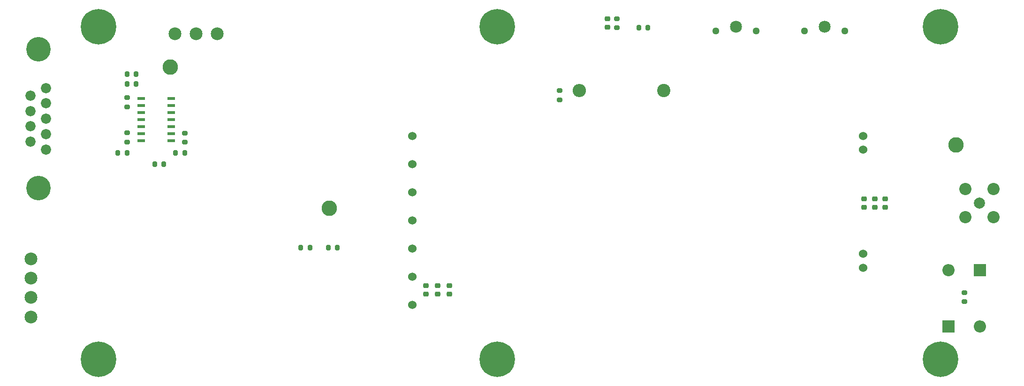
<source format=gbr>
%TF.GenerationSoftware,KiCad,Pcbnew,8.0.6*%
%TF.CreationDate,2024-12-30T11:40:10-05:00*%
%TF.ProjectId,SiPM_HV_Board,5369504d-5f48-4565-9f42-6f6172642e6b,rev?*%
%TF.SameCoordinates,Original*%
%TF.FileFunction,Soldermask,Bot*%
%TF.FilePolarity,Negative*%
%FSLAX46Y46*%
G04 Gerber Fmt 4.6, Leading zero omitted, Abs format (unit mm)*
G04 Created by KiCad (PCBNEW 8.0.6) date 2024-12-30 11:40:10*
%MOMM*%
%LPD*%
G01*
G04 APERTURE LIST*
G04 Aperture macros list*
%AMRoundRect*
0 Rectangle with rounded corners*
0 $1 Rounding radius*
0 $2 $3 $4 $5 $6 $7 $8 $9 X,Y pos of 4 corners*
0 Add a 4 corners polygon primitive as box body*
4,1,4,$2,$3,$4,$5,$6,$7,$8,$9,$2,$3,0*
0 Add four circle primitives for the rounded corners*
1,1,$1+$1,$2,$3*
1,1,$1+$1,$4,$5*
1,1,$1+$1,$6,$7*
1,1,$1+$1,$8,$9*
0 Add four rect primitives between the rounded corners*
20,1,$1+$1,$2,$3,$4,$5,0*
20,1,$1+$1,$4,$5,$6,$7,0*
20,1,$1+$1,$6,$7,$8,$9,0*
20,1,$1+$1,$8,$9,$2,$3,0*%
G04 Aperture macros list end*
%ADD10RoundRect,0.200000X0.200000X0.275000X-0.200000X0.275000X-0.200000X-0.275000X0.200000X-0.275000X0*%
%ADD11C,2.006600*%
%ADD12C,2.209800*%
%ADD13C,6.400000*%
%ADD14R,2.200000X2.200000*%
%ADD15O,2.200000X2.200000*%
%ADD16C,2.800000*%
%ADD17C,1.295400*%
%ADD18C,2.159000*%
%ADD19C,1.524000*%
%ADD20C,2.304000*%
%ADD21C,1.839000*%
%ADD22C,4.420000*%
%ADD23C,2.400000*%
%ADD24O,2.400000X2.400000*%
%ADD25RoundRect,0.225000X0.250000X-0.225000X0.250000X0.225000X-0.250000X0.225000X-0.250000X-0.225000X0*%
%ADD26RoundRect,0.225000X-0.250000X0.225000X-0.250000X-0.225000X0.250000X-0.225000X0.250000X0.225000X0*%
%ADD27R,1.460500X0.533400*%
%ADD28RoundRect,0.200000X0.275000X-0.200000X0.275000X0.200000X-0.275000X0.200000X-0.275000X-0.200000X0*%
%ADD29RoundRect,0.200000X-0.200000X-0.275000X0.200000X-0.275000X0.200000X0.275000X-0.200000X0.275000X0*%
%ADD30RoundRect,0.200000X-0.275000X0.200000X-0.275000X-0.200000X0.275000X-0.200000X0.275000X0.200000X0*%
G04 APERTURE END LIST*
D10*
%TO.C,R28*%
X119434999Y-107480001D03*
X117785001Y-107479999D03*
%TD*%
D11*
%TO.C,P_Out1*%
X235363000Y-99430000D03*
D12*
X237903000Y-96890000D03*
X232823000Y-96890000D03*
X232823000Y-101970000D03*
X237903000Y-101970000D03*
%TD*%
D13*
%TO.C,H4*%
X228320000Y-127580000D03*
%TD*%
D14*
%TO.C,D1*%
X229775000Y-121655000D03*
D15*
X229775000Y-111495000D03*
%TD*%
D16*
%TO.C,V_{SET}1*%
X89250000Y-74900000D03*
%TD*%
D13*
%TO.C,H3*%
X148320000Y-127580000D03*
%TD*%
%TO.C,H2*%
X76320000Y-127580000D03*
%TD*%
D16*
%TO.C,V_{OUT_RTN}1*%
X231140000Y-88900000D03*
%TD*%
D17*
%TO.C,P2*%
X187740000Y-68340000D03*
X195060000Y-68340000D03*
D18*
X191410000Y-67580000D03*
%TD*%
D19*
%TO.C,U1*%
X133020000Y-117780000D03*
X133020000Y-112700000D03*
X133020000Y-107620000D03*
X133020000Y-102540000D03*
X133020000Y-97460000D03*
X133020000Y-92380000D03*
X133020000Y-87300000D03*
X214320000Y-87300000D03*
X214320000Y-89800000D03*
X214320000Y-108600000D03*
X214320000Y-111100000D03*
%TD*%
D20*
%TO.C,J2*%
X64110000Y-109480000D03*
X64110000Y-112980000D03*
X64110000Y-116480000D03*
X64110000Y-119980000D03*
%TD*%
D16*
%TO.C,V_{EN}1*%
X117980000Y-100350000D03*
%TD*%
D13*
%TO.C,H6*%
X228320000Y-67580000D03*
%TD*%
%TO.C,H1*%
X76320000Y-67580000D03*
%TD*%
D21*
%TO.C,J3*%
X66880000Y-89730000D03*
X66880000Y-86960000D03*
X66880000Y-84190000D03*
X66880000Y-81420000D03*
X66880000Y-78650000D03*
X64040000Y-88345000D03*
X64040000Y-85575000D03*
X64040000Y-82805000D03*
X64040000Y-80035000D03*
D22*
X65460000Y-71690000D03*
X65460000Y-96690000D03*
%TD*%
D17*
%TO.C,P1*%
X203740000Y-68340000D03*
X211060000Y-68340000D03*
D18*
X207410000Y-67580000D03*
%TD*%
D13*
%TO.C,H5*%
X148320000Y-67580000D03*
%TD*%
D23*
%TO.C,R20*%
X178340000Y-79110000D03*
D24*
X163100000Y-79110000D03*
%TD*%
D20*
%TO.C,J1*%
X97720400Y-68895600D03*
X93910400Y-68895600D03*
X90100400Y-68895600D03*
%TD*%
D14*
%TO.C,D2*%
X235430000Y-111570000D03*
D15*
X235430000Y-121730000D03*
%TD*%
D10*
%TO.C,R19*%
X91905000Y-90350000D03*
X90255000Y-90350000D03*
%TD*%
D25*
%TO.C,C9*%
X218345000Y-100205000D03*
X218345000Y-98655000D03*
%TD*%
%TO.C,C7*%
X214535000Y-100205000D03*
X214535000Y-98655000D03*
%TD*%
D26*
%TO.C,C6*%
X135460000Y-114300000D03*
X135460000Y-115850000D03*
%TD*%
D27*
%TO.C,U2*%
X89474150Y-80560000D03*
X89474150Y-81830000D03*
X89474150Y-83100000D03*
X89474150Y-84370000D03*
X89474150Y-85640000D03*
X89474150Y-86910000D03*
X89474150Y-88180000D03*
X84025850Y-88180000D03*
X84025850Y-86910000D03*
X84025850Y-85640000D03*
X84025850Y-84370000D03*
X84025850Y-83100000D03*
X84025850Y-81830000D03*
X84025850Y-80560000D03*
%TD*%
D28*
%TO.C,R9*%
X81481100Y-82035000D03*
X81481100Y-80385000D03*
%TD*%
D25*
%TO.C,C8*%
X216440000Y-100205000D03*
X216440000Y-98655000D03*
%TD*%
D29*
%TO.C,R8*%
X81486100Y-77890000D03*
X83136100Y-77890000D03*
%TD*%
D28*
%TO.C,R27*%
X232600000Y-117235000D03*
X232600000Y-115585000D03*
%TD*%
D26*
%TO.C,C4*%
X139700000Y-114300000D03*
X139700000Y-115850000D03*
%TD*%
%TO.C,C5*%
X137570000Y-114300000D03*
X137570000Y-115850000D03*
%TD*%
D30*
%TO.C,R21*%
X159590000Y-79125000D03*
X159590000Y-80775000D03*
%TD*%
D29*
%TO.C,R23*%
X173840000Y-67760000D03*
X175490000Y-67760000D03*
%TD*%
%TO.C,R13*%
X114485000Y-107480000D03*
X112835000Y-107480000D03*
%TD*%
D10*
%TO.C,R15*%
X81475000Y-90320000D03*
X79825000Y-90320000D03*
%TD*%
D30*
%TO.C,R14*%
X81481100Y-86735000D03*
X81481100Y-88385000D03*
%TD*%
D10*
%TO.C,R12*%
X88145000Y-92400000D03*
X86495000Y-92400000D03*
%TD*%
D30*
%TO.C,R18*%
X91891100Y-86765000D03*
X91891100Y-88415000D03*
%TD*%
D26*
%TO.C,C17*%
X168205000Y-66145000D03*
X168205000Y-67695000D03*
%TD*%
D30*
%TO.C,R22*%
X169885000Y-66105000D03*
X169885000Y-67755000D03*
%TD*%
D29*
%TO.C,R10*%
X81486100Y-76100000D03*
X83136100Y-76100000D03*
%TD*%
M02*

</source>
